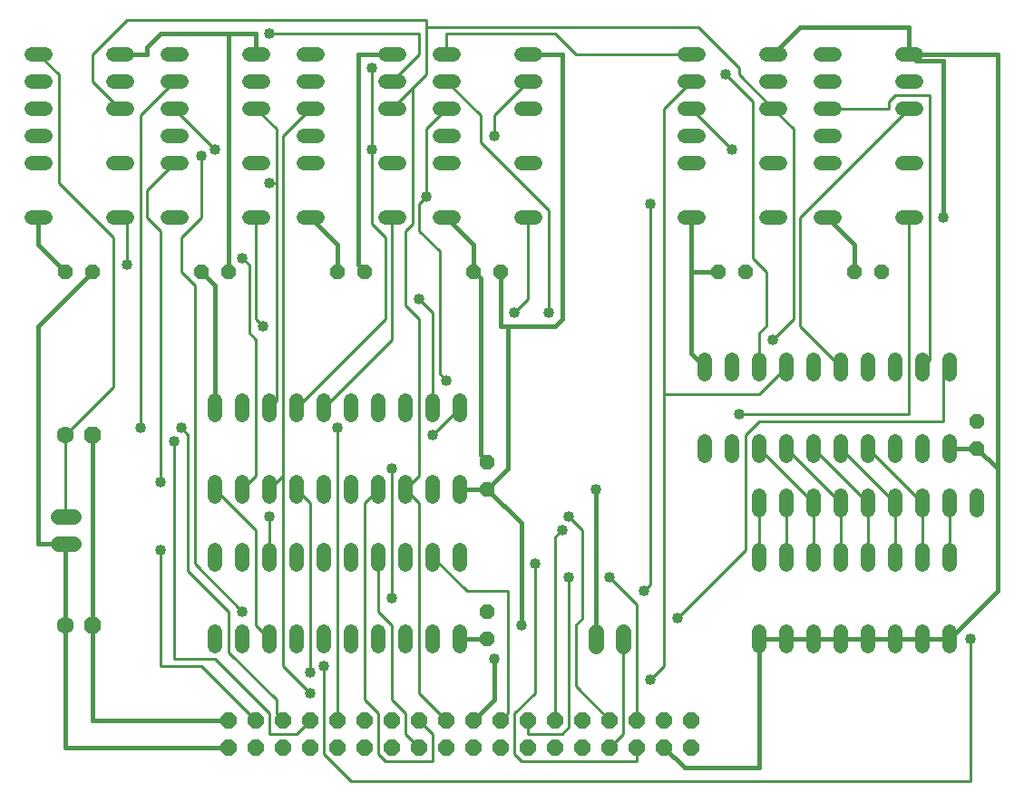
<source format=gtl>
G04 EAGLE Gerber RS-274X export*
G75*
%MOMM*%
%FSLAX34Y34*%
%LPD*%
%INTop Copper*%
%IPPOS*%
%AMOC8*
5,1,8,0,0,1.08239X$1,22.5*%
G01*
%ADD10P,1.429621X8X112.500000*%
%ADD11C,1.320800*%
%ADD12P,1.649562X8X202.500000*%
%ADD13P,1.732040X8X22.500000*%
%ADD14C,1.600200*%
%ADD15C,1.422400*%
%ADD16P,1.429621X8X202.500000*%
%ADD17C,0.254000*%
%ADD18C,1.016000*%
%ADD19C,0.406400*%


D10*
X444500Y279400D03*
X444500Y304800D03*
X901700Y317500D03*
X901700Y342900D03*
X444500Y139700D03*
X444500Y165100D03*
D11*
X419100Y209296D02*
X419100Y222504D01*
X393700Y222504D02*
X393700Y209296D01*
X368300Y209296D02*
X368300Y222504D01*
X342900Y222504D02*
X342900Y209296D01*
X317500Y209296D02*
X317500Y222504D01*
X292100Y222504D02*
X292100Y209296D01*
X266700Y209296D02*
X266700Y222504D01*
X241300Y222504D02*
X241300Y209296D01*
X215900Y209296D02*
X215900Y222504D01*
X190500Y222504D02*
X190500Y209296D01*
X190500Y146304D02*
X190500Y133096D01*
X215900Y133096D02*
X215900Y146304D01*
X241300Y146304D02*
X241300Y133096D01*
X266700Y133096D02*
X266700Y146304D01*
X292100Y146304D02*
X292100Y133096D01*
X317500Y133096D02*
X317500Y146304D01*
X342900Y146304D02*
X342900Y133096D01*
X368300Y133096D02*
X368300Y146304D01*
X393700Y146304D02*
X393700Y133096D01*
X419100Y133096D02*
X419100Y146304D01*
X876300Y387096D02*
X876300Y400304D01*
X850900Y400304D02*
X850900Y387096D01*
X723900Y387096D02*
X723900Y400304D01*
X698500Y400304D02*
X698500Y387096D01*
X825500Y387096D02*
X825500Y400304D01*
X800100Y400304D02*
X800100Y387096D01*
X749300Y387096D02*
X749300Y400304D01*
X774700Y400304D02*
X774700Y387096D01*
X673100Y387096D02*
X673100Y400304D01*
X647700Y400304D02*
X647700Y387096D01*
X647700Y324104D02*
X647700Y310896D01*
X673100Y310896D02*
X673100Y324104D01*
X698500Y324104D02*
X698500Y310896D01*
X723900Y310896D02*
X723900Y324104D01*
X749300Y324104D02*
X749300Y310896D01*
X774700Y310896D02*
X774700Y324104D01*
X800100Y324104D02*
X800100Y310896D01*
X825500Y310896D02*
X825500Y324104D01*
X850900Y324104D02*
X850900Y310896D01*
X876300Y310896D02*
X876300Y324104D01*
X419100Y348996D02*
X419100Y362204D01*
X393700Y362204D02*
X393700Y348996D01*
X266700Y348996D02*
X266700Y362204D01*
X241300Y362204D02*
X241300Y348996D01*
X368300Y348996D02*
X368300Y362204D01*
X342900Y362204D02*
X342900Y348996D01*
X292100Y348996D02*
X292100Y362204D01*
X317500Y362204D02*
X317500Y348996D01*
X215900Y348996D02*
X215900Y362204D01*
X190500Y362204D02*
X190500Y348996D01*
X190500Y286004D02*
X190500Y272796D01*
X215900Y272796D02*
X215900Y286004D01*
X241300Y286004D02*
X241300Y272796D01*
X266700Y272796D02*
X266700Y286004D01*
X292100Y286004D02*
X292100Y272796D01*
X317500Y272796D02*
X317500Y286004D01*
X342900Y286004D02*
X342900Y272796D01*
X368300Y272796D02*
X368300Y286004D01*
X393700Y286004D02*
X393700Y272796D01*
X419100Y272796D02*
X419100Y286004D01*
X901700Y273304D02*
X901700Y260096D01*
X876300Y260096D02*
X876300Y273304D01*
X850900Y273304D02*
X850900Y260096D01*
X825500Y260096D02*
X825500Y273304D01*
X800100Y273304D02*
X800100Y260096D01*
X774700Y260096D02*
X774700Y273304D01*
X749300Y273304D02*
X749300Y260096D01*
X723900Y260096D02*
X723900Y273304D01*
X698500Y273304D02*
X698500Y260096D01*
X876300Y222504D02*
X876300Y209296D01*
X850900Y209296D02*
X850900Y222504D01*
X723900Y222504D02*
X723900Y209296D01*
X698500Y209296D02*
X698500Y222504D01*
X825500Y222504D02*
X825500Y209296D01*
X800100Y209296D02*
X800100Y222504D01*
X749300Y222504D02*
X749300Y209296D01*
X774700Y209296D02*
X774700Y222504D01*
X698500Y146304D02*
X698500Y133096D01*
X723900Y133096D02*
X723900Y146304D01*
X749300Y146304D02*
X749300Y133096D01*
X774700Y133096D02*
X774700Y146304D01*
X800100Y146304D02*
X800100Y133096D01*
X825500Y133096D02*
X825500Y146304D01*
X850900Y146304D02*
X850900Y133096D01*
X876300Y133096D02*
X876300Y146304D01*
D12*
X635000Y63500D03*
X609600Y63500D03*
X584200Y63500D03*
X558800Y63500D03*
X533400Y63500D03*
X508000Y63500D03*
X635000Y38100D03*
X609600Y38100D03*
X584200Y38100D03*
X558800Y38100D03*
X533400Y38100D03*
X508000Y38100D03*
X482600Y63500D03*
X482600Y38100D03*
X457200Y63500D03*
X431800Y63500D03*
X406400Y63500D03*
X381000Y63500D03*
X355600Y63500D03*
X330200Y63500D03*
X457200Y38100D03*
X431800Y38100D03*
X406400Y38100D03*
X381000Y38100D03*
X355600Y38100D03*
X330200Y38100D03*
X304800Y63500D03*
X304800Y38100D03*
X279400Y63500D03*
X254000Y63500D03*
X228600Y63500D03*
X203200Y63500D03*
X279400Y38100D03*
X254000Y38100D03*
X228600Y38100D03*
X203200Y38100D03*
D11*
X32004Y685800D02*
X18796Y685800D01*
X18796Y660400D02*
X32004Y660400D01*
X32004Y635000D02*
X18796Y635000D01*
X18796Y609600D02*
X32004Y609600D01*
X32004Y584200D02*
X18796Y584200D01*
X18796Y533400D02*
X32004Y533400D01*
X94996Y533400D02*
X108204Y533400D01*
X108204Y584200D02*
X94996Y584200D01*
X94996Y635000D02*
X108204Y635000D01*
X108204Y660400D02*
X94996Y660400D01*
X94996Y685800D02*
X108204Y685800D01*
X145796Y685800D02*
X159004Y685800D01*
X159004Y660400D02*
X145796Y660400D01*
X145796Y635000D02*
X159004Y635000D01*
X159004Y609600D02*
X145796Y609600D01*
X145796Y584200D02*
X159004Y584200D01*
X159004Y533400D02*
X145796Y533400D01*
X221996Y533400D02*
X235204Y533400D01*
X235204Y584200D02*
X221996Y584200D01*
X221996Y635000D02*
X235204Y635000D01*
X235204Y660400D02*
X221996Y660400D01*
X221996Y685800D02*
X235204Y685800D01*
X272796Y685800D02*
X286004Y685800D01*
X286004Y660400D02*
X272796Y660400D01*
X272796Y635000D02*
X286004Y635000D01*
X286004Y609600D02*
X272796Y609600D01*
X272796Y584200D02*
X286004Y584200D01*
X286004Y533400D02*
X272796Y533400D01*
X348996Y533400D02*
X362204Y533400D01*
X362204Y584200D02*
X348996Y584200D01*
X348996Y635000D02*
X362204Y635000D01*
X362204Y660400D02*
X348996Y660400D01*
X348996Y685800D02*
X362204Y685800D01*
X399796Y685800D02*
X413004Y685800D01*
X413004Y660400D02*
X399796Y660400D01*
X399796Y635000D02*
X413004Y635000D01*
X413004Y609600D02*
X399796Y609600D01*
X399796Y584200D02*
X413004Y584200D01*
X413004Y533400D02*
X399796Y533400D01*
X475996Y533400D02*
X489204Y533400D01*
X489204Y584200D02*
X475996Y584200D01*
X475996Y635000D02*
X489204Y635000D01*
X489204Y660400D02*
X475996Y660400D01*
X475996Y685800D02*
X489204Y685800D01*
X628396Y685800D02*
X641604Y685800D01*
X641604Y660400D02*
X628396Y660400D01*
X628396Y635000D02*
X641604Y635000D01*
X641604Y609600D02*
X628396Y609600D01*
X628396Y584200D02*
X641604Y584200D01*
X641604Y533400D02*
X628396Y533400D01*
X704596Y533400D02*
X717804Y533400D01*
X717804Y584200D02*
X704596Y584200D01*
X704596Y635000D02*
X717804Y635000D01*
X717804Y660400D02*
X704596Y660400D01*
X704596Y685800D02*
X717804Y685800D01*
X755396Y685800D02*
X768604Y685800D01*
X768604Y660400D02*
X755396Y660400D01*
X755396Y635000D02*
X768604Y635000D01*
X768604Y609600D02*
X755396Y609600D01*
X755396Y584200D02*
X768604Y584200D01*
X768604Y533400D02*
X755396Y533400D01*
X831596Y533400D02*
X844804Y533400D01*
X844804Y584200D02*
X831596Y584200D01*
X831596Y635000D02*
X844804Y635000D01*
X844804Y660400D02*
X831596Y660400D01*
X831596Y685800D02*
X844804Y685800D01*
D13*
X76200Y330200D03*
D14*
X50800Y330200D03*
D15*
X57912Y254000D02*
X43688Y254000D01*
X43688Y228600D02*
X57912Y228600D01*
D13*
X76200Y152400D03*
D14*
X50800Y152400D03*
D16*
X76200Y482600D03*
X50800Y482600D03*
X203200Y482600D03*
X177800Y482600D03*
X330200Y482600D03*
X304800Y482600D03*
X457200Y482600D03*
X431800Y482600D03*
X685800Y482600D03*
X660400Y482600D03*
X812800Y482600D03*
X787400Y482600D03*
D15*
X546100Y146812D02*
X546100Y132588D01*
X571500Y132588D02*
X571500Y146812D01*
D17*
X425450Y184150D02*
X393700Y215900D01*
X425450Y184150D02*
X463550Y184150D01*
X463550Y69850D01*
X457200Y63500D01*
X520700Y57150D02*
X520700Y196850D01*
X520700Y57150D02*
X514350Y50800D01*
X482600Y50800D01*
X482600Y63500D01*
D18*
X520700Y196850D03*
D17*
X342900Y215900D02*
X342900Y165100D01*
X355600Y152400D01*
X355600Y82550D01*
X368300Y69850D01*
X368300Y50800D01*
X381000Y38100D01*
X558800Y196850D02*
X584200Y171450D01*
X584200Y63500D01*
D18*
X558800Y196850D03*
D17*
X514350Y241300D02*
X508000Y234950D01*
X508000Y63500D01*
D18*
X514350Y241300D03*
D17*
X571500Y139700D02*
X571500Y50800D01*
X558800Y38100D01*
X622300Y158750D02*
X685800Y222250D01*
X685800Y330200D01*
X698500Y342900D01*
X869950Y342900D01*
X869950Y387350D01*
X876300Y393700D01*
D18*
X622300Y158750D03*
D17*
X292100Y114300D02*
X292100Y31750D01*
X317500Y6350D01*
X895350Y6350D01*
X895350Y139700D01*
D18*
X292100Y114300D03*
X895350Y139700D03*
D17*
X819150Y635000D02*
X762000Y635000D01*
X819150Y635000D02*
X819150Y641350D01*
X825500Y647700D01*
X857250Y647700D01*
X857250Y400050D01*
X850900Y393700D01*
X190500Y596900D02*
X152400Y635000D01*
X387350Y615950D02*
X387350Y552450D01*
X387350Y615950D02*
X406400Y635000D01*
X177800Y114300D02*
X228600Y63500D01*
X177800Y114300D02*
X139700Y114300D01*
X139700Y222250D01*
X400050Y387350D02*
X406400Y381000D01*
X400050Y387350D02*
X400050Y501650D01*
X381000Y520700D01*
X381000Y546100D01*
X387350Y552450D01*
D18*
X190500Y596900D03*
X387350Y552450D03*
X139700Y222250D03*
X406400Y381000D03*
D17*
X152400Y660400D02*
X120650Y628650D01*
X120650Y336550D01*
X438150Y628650D02*
X406400Y660400D01*
X438150Y628650D02*
X438150Y603250D01*
X501650Y539750D01*
X501650Y444500D01*
X247650Y69850D02*
X254000Y63500D01*
X247650Y69850D02*
X247650Y82550D01*
X203200Y127000D01*
X203200Y165100D01*
X165100Y203200D01*
X165100Y330200D01*
X158750Y336550D01*
D18*
X120650Y336550D03*
X501650Y444500D03*
X158750Y336550D03*
D17*
X266700Y355600D02*
X349250Y438150D01*
X349250Y514350D01*
X336550Y527050D01*
X336550Y596900D02*
X336550Y673100D01*
X336550Y596900D02*
X336550Y527050D01*
X279400Y63500D02*
X266700Y50800D01*
X241300Y50800D01*
X241300Y69850D01*
X190500Y120650D01*
X152400Y120650D01*
X152400Y323850D01*
X450850Y628650D02*
X482600Y660400D01*
X450850Y628650D02*
X450850Y609600D01*
D18*
X336550Y673100D03*
X152400Y323850D03*
X450850Y609600D03*
X336550Y596900D03*
D17*
X736600Y431800D02*
X774700Y393700D01*
X736600Y431800D02*
X736600Y533400D01*
X838200Y635000D01*
X247650Y361950D02*
X241300Y355600D01*
X247650Y565150D02*
X247650Y615950D01*
X247650Y565150D02*
X247650Y361950D01*
X247650Y615950D02*
X228600Y635000D01*
X304800Y336550D02*
X304800Y63500D01*
X247650Y565150D02*
X241300Y565150D01*
D18*
X304800Y336550D03*
X241300Y565150D03*
D17*
X254000Y292100D02*
X241300Y279400D01*
X254000Y292100D02*
X254000Y609600D01*
X279400Y635000D01*
X635000Y635000D02*
X673100Y596900D01*
X254000Y114300D02*
X279400Y88900D01*
X254000Y114300D02*
X254000Y292100D01*
D18*
X673100Y596900D03*
X279400Y88900D03*
D17*
X279400Y266700D02*
X266700Y279400D01*
X279400Y266700D02*
X279400Y107950D01*
X698500Y368300D02*
X723900Y393700D01*
X698500Y368300D02*
X609600Y368300D01*
X609600Y635000D01*
X635000Y660400D01*
X609600Y114300D02*
X596900Y101600D01*
X609600Y114300D02*
X609600Y368300D01*
D18*
X279400Y107950D03*
X596900Y101600D03*
D17*
X381000Y704850D02*
X241300Y704850D01*
X381000Y704850D02*
X381000Y685800D01*
X355600Y660400D01*
X342900Y279400D02*
X330200Y266700D01*
X330200Y82550D01*
X342900Y69850D01*
X342900Y31750D01*
X349250Y25400D01*
X393700Y25400D01*
X393700Y50800D01*
X381000Y63500D01*
X692150Y641350D02*
X666750Y666750D01*
X692150Y641350D02*
X692150Y495300D01*
X704850Y482600D01*
X704850Y431800D01*
X698500Y425450D01*
X698500Y393700D01*
D18*
X241300Y704850D03*
X666750Y666750D03*
D17*
X730250Y438150D02*
X711200Y419100D01*
X730250Y438150D02*
X730250Y615950D01*
X711200Y635000D01*
X368300Y279400D02*
X381000Y266700D01*
X381000Y88900D01*
X406400Y63500D01*
X101600Y635000D02*
X76200Y660400D01*
X76200Y685800D01*
X107950Y717550D01*
X387350Y717550D01*
X387350Y711200D02*
X387350Y666750D01*
X387350Y711200D02*
X387350Y717550D01*
X374650Y654050D02*
X355600Y635000D01*
X374650Y654050D02*
X387350Y666750D01*
X381000Y292100D02*
X368300Y279400D01*
X381000Y292100D02*
X381000Y438150D01*
X368300Y450850D01*
X368300Y520700D01*
X374650Y527050D01*
X374650Y654050D01*
X679450Y666750D02*
X711200Y635000D01*
X679450Y666750D02*
X679450Y673100D01*
X641350Y711200D01*
X387350Y711200D01*
D18*
X711200Y419100D03*
D19*
X450850Y82550D02*
X431800Y63500D01*
X450850Y82550D02*
X450850Y120650D01*
X203200Y63500D02*
X76200Y63500D01*
X76200Y152400D01*
X190500Y469900D02*
X177800Y482600D01*
X190500Y469900D02*
X190500Y355600D01*
X76200Y330200D02*
X76200Y152400D01*
X762000Y533400D02*
X787400Y508000D01*
X787400Y482600D01*
X647700Y393700D02*
X635000Y406400D01*
X635000Y482600D02*
X635000Y533400D01*
X635000Y482600D02*
X635000Y406400D01*
X635000Y482600D02*
X660400Y482600D01*
X431800Y508000D02*
X406400Y533400D01*
X431800Y508000D02*
X431800Y482600D01*
X438150Y311150D02*
X444500Y304800D01*
X438150Y311150D02*
X438150Y476250D01*
X431800Y482600D01*
X304800Y508000D02*
X279400Y533400D01*
X304800Y508000D02*
X304800Y482600D01*
X50800Y482600D02*
X25400Y508000D01*
X25400Y533400D01*
X546100Y279400D02*
X546100Y139700D01*
D18*
X450850Y120650D03*
X546100Y279400D03*
D19*
X711200Y685800D02*
X736600Y711200D01*
X838200Y711200D01*
X838200Y685800D01*
X876300Y317500D02*
X901700Y317500D01*
X723900Y139700D02*
X698500Y139700D01*
X723900Y139700D02*
X749300Y139700D01*
X774700Y139700D01*
X800100Y139700D01*
X825500Y139700D01*
X850900Y139700D01*
X876300Y139700D01*
X920750Y298450D02*
X901700Y317500D01*
X920750Y298450D02*
X920750Y184150D01*
X876300Y139700D01*
X838200Y685800D02*
X920750Y685800D01*
X920750Y298450D01*
X628650Y19050D02*
X609600Y38100D01*
X628650Y19050D02*
X698500Y19050D01*
X698500Y139700D01*
X50800Y152400D02*
X50800Y228600D01*
X50800Y38100D02*
X203200Y38100D01*
X50800Y38100D02*
X50800Y152400D01*
X419100Y139700D02*
X444500Y139700D01*
X444500Y279400D02*
X419100Y279400D01*
X476250Y247650D02*
X476250Y152400D01*
X476250Y247650D02*
X444500Y279400D01*
X127000Y685800D02*
X101600Y685800D01*
X127000Y685800D02*
X127000Y692150D01*
X139700Y704850D01*
X203200Y704850D02*
X228600Y704850D01*
X203200Y704850D02*
X139700Y704850D01*
X228600Y704850D02*
X228600Y685800D01*
X323850Y685800D02*
X355600Y685800D01*
X323850Y685800D02*
X323850Y488950D01*
X330200Y482600D01*
X482600Y685800D02*
X514350Y685800D01*
X514350Y438150D01*
X508000Y431800D01*
X463550Y431800D02*
X457200Y431800D01*
X463550Y431800D02*
X508000Y431800D01*
X457200Y431800D02*
X457200Y482600D01*
X203200Y482600D02*
X203200Y704850D01*
X463550Y298450D02*
X444500Y279400D01*
X463550Y298450D02*
X463550Y431800D01*
X50800Y228600D02*
X25400Y228600D01*
X25400Y431800D01*
X76200Y482600D01*
X838200Y685800D02*
X844550Y679450D01*
X869950Y679450D01*
X869950Y533400D01*
D18*
X476250Y152400D03*
X869950Y533400D03*
D17*
X876300Y266700D02*
X876300Y215900D01*
X850900Y215900D02*
X850900Y266700D01*
X800100Y317500D01*
X825500Y266700D02*
X825500Y215900D01*
X825500Y266700D02*
X774700Y317500D01*
X800100Y266700D02*
X800100Y215900D01*
X800100Y266700D02*
X749300Y317500D01*
X774700Y266700D02*
X774700Y215900D01*
X774700Y266700D02*
X723900Y317500D01*
X749300Y266700D02*
X749300Y215900D01*
X749300Y266700D02*
X698500Y317500D01*
X723900Y266700D02*
X723900Y215900D01*
X698500Y215900D02*
X698500Y266700D01*
X241300Y254000D02*
X241300Y215900D01*
X520700Y254000D02*
X533400Y241300D01*
X533400Y158750D01*
X527050Y152400D01*
X527050Y95250D01*
X558800Y63500D01*
D18*
X241300Y254000D03*
X520700Y254000D03*
D17*
X488950Y209550D02*
X488950Y88900D01*
X469900Y69850D01*
X469900Y31750D01*
X476250Y25400D01*
X584200Y25400D01*
X584200Y38100D01*
D18*
X488950Y209550D03*
D17*
X215900Y165100D02*
X171450Y209550D01*
X171450Y469900D01*
X158750Y482600D01*
X158750Y514350D01*
X177800Y533400D01*
X177800Y590550D01*
D18*
X215900Y165100D03*
X177800Y590550D03*
D17*
X139700Y520700D02*
X139700Y285750D01*
X139700Y520700D02*
X127000Y533400D01*
X127000Y558800D01*
X152400Y584200D01*
D18*
X139700Y285750D03*
D17*
X228600Y152400D02*
X241300Y139700D01*
X228600Y152400D02*
X228600Y241300D01*
X190500Y279400D01*
X355600Y298450D02*
X355600Y177800D01*
X393700Y330200D02*
X419100Y355600D01*
D18*
X355600Y177800D03*
X355600Y298450D03*
X393700Y330200D03*
D17*
X590550Y184150D02*
X596900Y190500D01*
X596900Y546100D01*
D18*
X590550Y184150D03*
X596900Y546100D03*
D17*
X107950Y527050D02*
X101600Y533400D01*
X107950Y527050D02*
X107950Y488950D01*
X381000Y457200D02*
X393700Y444500D01*
X393700Y355600D01*
D18*
X107950Y488950D03*
X381000Y457200D03*
D17*
X355600Y419100D02*
X292100Y355600D01*
X355600Y419100D02*
X355600Y533400D01*
X469900Y444500D02*
X482600Y457200D01*
X482600Y533400D01*
D18*
X469900Y444500D03*
D17*
X228600Y292100D02*
X215900Y279400D01*
X228600Y292100D02*
X228600Y419100D01*
X222250Y425450D01*
X222250Y488950D01*
X215900Y495300D01*
D18*
X215900Y495300D03*
D17*
X679450Y349250D02*
X838200Y349250D01*
X838200Y533400D01*
D18*
X679450Y349250D03*
D17*
X234950Y431800D02*
X228600Y438150D01*
X228600Y533400D01*
D18*
X234950Y431800D03*
D17*
X50800Y330200D02*
X50800Y254000D01*
X50800Y330200D02*
X95250Y374650D01*
X95250Y514350D01*
X44450Y565150D01*
X44450Y666750D01*
X25400Y685800D01*
X527050Y685800D02*
X635000Y685800D01*
X527050Y685800D02*
X508000Y704850D01*
X406400Y704850D01*
X406400Y685800D01*
M02*

</source>
